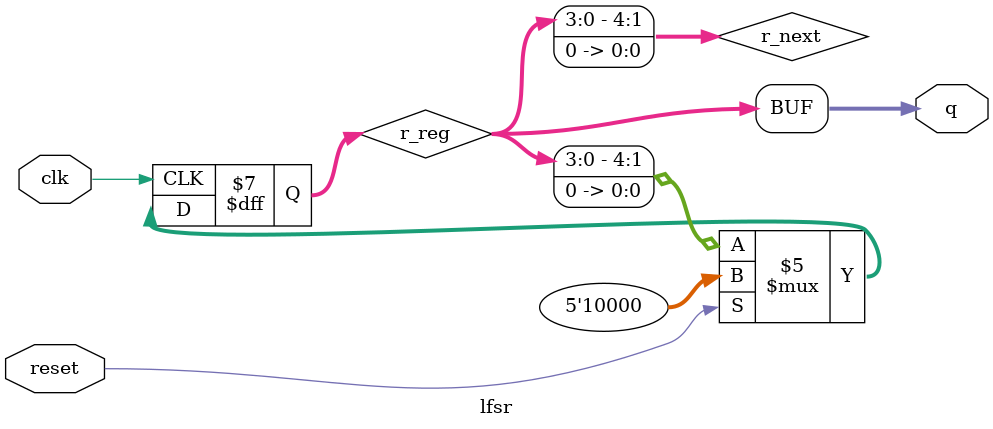
<source format=v>
module lfsr( 
    input clk,
    input reset,
    output [4:0] q
); 
reg [4:0] r_reg;
wire [4:0] r_next;
wire feedback_value;
// on reset set the value of r_reg to 1
// otherwise assign r_next to r_reg
// assign the xor of bit positions 2 and 4 of r_reg to feedback_value
// assign feedback concatenated with 4 most significant bits of r_reg to r_next
// assign r_reg to the output q
assign q = r_reg;
assign feedback_value = r_reg[2] ^ r_reg[4];
always @ (posedge clk)
begin
if (reset)
r_reg <= 5'b10000;
else
begin
r_reg <= r_next;
end
end
// Calculate the next value of r_next
assign r_next = r_reg << 1;
// XOR bit positions 2 and 4 of r_reg with r_next
// concatenate r_reg with the 4 most significant bits of r_next
endmodule

</source>
